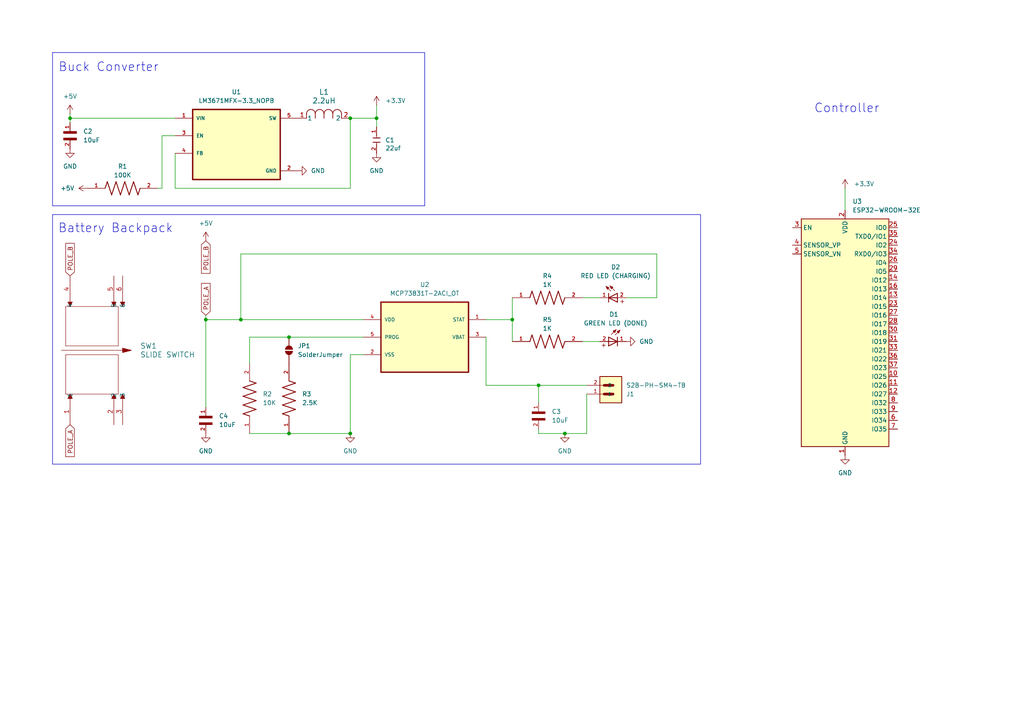
<source format=kicad_sch>
(kicad_sch (version 20250114) (generator "eeschema") (generator_version "9.0")
  (paper "A4")
  (lib_symbols
    (symbol "150080GS75000:WL-SMCW_0805" (pin_names (offset 1.016))
      (property "Reference" "D" (at -1.988 3.972 0))
      (property "Value" "WL-SMCW_0805" (at -2.628 -3.928 0))
      (symbol "WL-SMCW_0805_0_0"
        (polyline (pts (xy -0.762 3.302) (xy 0.127 2.921) (xy -0.381 2.413) (xy -0.762 3.302)) (stroke (width 0.1524)) (fill (type outline)))
        (polyline (pts (xy 0 0) (xy 2.54 1.27)) (stroke (width 0.254)))
        (polyline (pts (xy 0 0) (xy 2.54 0)) (stroke (width 0.254)))
        (polyline (pts (xy 0 -1.27) (xy 0 1.27)) (stroke (width 0.254)))
        (polyline (pts (xy 0.381 3.429) (xy 1.27 3.048) (xy 0.762 2.54) (xy 0.381 3.429)) (stroke (width 0.1524)) (fill (type outline)))
        (polyline (pts (xy 0.635 1.905) (xy -0.762 3.302)) (stroke (width 0.1524)))
        (polyline (pts (xy 1.778 2.032) (xy 0.381 3.429)) (stroke (width 0.1524)))
        (polyline (pts (xy 2.54 -1.27) (xy 0 0)) (stroke (width 0.254)))
        (polyline (pts (xy 2.54 -1.27) (xy 2.54 1.27)) (stroke (width 0.254)))
        (text "+" (at 3.08 -1.74 0) (effects (font (size 1.27 1.27)) (justify left bottom)))
        (pin passive line (at -2.54 0 0) (length 2.54) (name "~") (number "1"))
        (pin passive line (at 5.08 0 180) (length 2.54) (name "~") (number "2"))
      )
    )
    (symbol "150080SS75000:WL-SMCW_0805" (pin_names (offset 1.016))
      (property "Reference" "D" (at -1.988 3.972 0))
      (property "Value" "WL-SMCW_0805" (at -2.628 -3.928 0))
      (symbol "WL-SMCW_0805_0_0"
        (polyline (pts (xy -0.762 3.302) (xy 0.127 2.921) (xy -0.381 2.413) (xy -0.762 3.302)) (stroke (width 0.1524)) (fill (type outline)))
        (polyline (pts (xy 0 0) (xy 2.54 1.27)) (stroke (width 0.254)))
        (polyline (pts (xy 0 0) (xy 2.54 0)) (stroke (width 0.254)))
        (polyline (pts (xy 0 -1.27) (xy 0 1.27)) (stroke (width 0.254)))
        (polyline (pts (xy 0.381 3.429) (xy 1.27 3.048) (xy 0.762 2.54) (xy 0.381 3.429)) (stroke (width 0.1524)) (fill (type outline)))
        (polyline (pts (xy 0.635 1.905) (xy -0.762 3.302)) (stroke (width 0.1524)))
        (polyline (pts (xy 1.778 2.032) (xy 0.381 3.429)) (stroke (width 0.1524)))
        (polyline (pts (xy 2.54 -1.27) (xy 0 0)) (stroke (width 0.254)))
        (polyline (pts (xy 2.54 -1.27) (xy 2.54 1.27)) (stroke (width 0.254)))
        (text "+" (at 3.08 -1.74 0) (effects (font (size 1.27 1.27)) (justify left bottom)))
        (pin passive line (at -2.54 0 0) (length 2.54) (name "~") (number "1"))
        (pin passive line (at 5.08 0 180) (length 2.54) (name "~") (number "2"))
      )
    )
    (symbol "AF0805FR-0710KL:AF0805FR-0710KL" (pin_names (offset 1.016))
      (property "Reference" "R" (at -7.6244 2.5415 0))
      (property "Value" "AF0805FR-0710KL" (at -7.63 -5.0866 0))
      (symbol "AF0805FR-0710KL_0_0"
        (polyline (pts (xy -5.08 0) (xy -4.445 1.905)) (stroke (width 0.254)))
        (polyline (pts (xy -4.445 1.905) (xy -3.175 -1.905)) (stroke (width 0.254)))
        (polyline (pts (xy -3.175 -1.905) (xy -1.905 1.905)) (stroke (width 0.254)))
        (polyline (pts (xy -1.905 1.905) (xy -0.635 -1.905)) (stroke (width 0.254)))
        (polyline (pts (xy -0.635 -1.905) (xy 0.635 1.905)) (stroke (width 0.254)))
        (polyline (pts (xy 0.635 1.905) (xy 1.905 -1.905)) (stroke (width 0.254)))
        (polyline (pts (xy 1.905 -1.905) (xy 3.175 1.905)) (stroke (width 0.254)))
        (polyline (pts (xy 3.175 1.905) (xy 4.445 -1.905)) (stroke (width 0.254)))
        (polyline (pts (xy 4.445 -1.905) (xy 5.08 0)) (stroke (width 0.254)))
        (pin passive line (at -10.16 0 0) (length 5.08) (name "~") (number "1"))
        (pin passive line (at 10.16 0 180) (length 5.08) (name "~") (number "2"))
      )
    )
    (symbol "CC0805KKX5R5BB106:CC0805KKX5R5BB106" (pin_names (offset 1.016))
      (property "Reference" "C" (at 0 3.81 0))
      (property "Value" "CC0805KKX5R5BB106" (at 0 -5.08 0))
      (symbol "CC0805KKX5R5BB106_0_0"
        (rectangle (start 0 -1.905) (end 0.635 1.905) (stroke (width 0.1)) (fill (type outline)))
        (rectangle (start 1.905 -1.905) (end 2.54 1.905) (stroke (width 0.1)) (fill (type outline)))
        (pin passive line (at -2.54 0 0) (length 2.54) (name "~") (number "2"))
        (pin passive line (at 5.08 0 180) (length 2.54) (name "~") (number "1"))
      )
    )
    (symbol "CC0805MKX5R5BB226:CERAMIC-22UF-6.3V-20_-X5R_0805_" (pin_names (offset 1.016))
      (property "Reference" "C" (at -3.814 1.2713 0))
      (symbol "CERAMIC-22UF-6.3V-20_-X5R_0805__0_0"
        (polyline (pts (xy -1.27 0) (xy -0.635 0)) (stroke (width 0.1524)))
        (polyline (pts (xy -0.635 -1.016) (xy -0.635 1.016)) (stroke (width 0.254)))
        (polyline (pts (xy 0.635 1.016) (xy 0.635 -1.016)) (stroke (width 0.254)))
        (polyline (pts (xy 0.635 0) (xy 1.27 0)) (stroke (width 0.1524)))
        (pin passive line (at -3.81 0 0) (length 2.54) (name "~") (number "1"))
        (pin passive line (at 3.81 0 180) (length 2.54) (name "~") (number "2"))
      )
    )
    (symbol "JS202011SCQN:JS202011SCQN" (pin_names (offset 0.254))
      (property "Reference" "SW" (at 6.985 46.355 0))
      (property "Value" "JS202011SCQN" (at 6.35 31.75 0))
      (symbol "JS202011SCQN_0_1"
        (polyline (pts (xy -2.54 21.59) (xy 15.24 21.59)) (stroke (width 0.127)))
        (polyline (pts (xy -1.27 34.29) (xy -1.27 22.86)) (stroke (width 0.127)))
        (polyline (pts (xy -1.27 22.86) (xy 13.97 22.86)) (stroke (width 0.127)))
        (polyline (pts (xy -1.27 20.32) (xy 13.97 20.32)) (stroke (width 0.127)))
        (polyline (pts (xy -1.27 8.89) (xy -1.27 20.32)) (stroke (width 0.127)))
        (polyline (pts (xy -1.27 8.89) (xy 13.97 8.89)) (stroke (width 0.127)))
        (polyline (pts (xy -0.635 35.56) (xy 0 34.29)) (stroke (width 0.127)))
        (polyline (pts (xy -0.635 35.56) (xy 0.635 35.56)) (stroke (width 0.127)))
        (polyline (pts (xy -0.635 35.56) (xy 0.635 35.56) (xy 0 34.29)) (fill (type outline)))
        (polyline (pts (xy -0.635 7.62) (xy 0 8.89)) (stroke (width 0.127)))
        (polyline (pts (xy -0.635 7.62) (xy 0.635 7.62)) (stroke (width 0.127)))
        (polyline (pts (xy -0.635 7.62) (xy 0.635 7.62) (xy 0 8.89)) (fill (type outline)))
        (polyline (pts (xy 0 34.29) (xy 0.635 35.56)) (stroke (width 0.127)))
        (polyline (pts (xy 0 8.89) (xy 0.635 7.62)) (stroke (width 0.127)))
        (polyline (pts (xy 12.065 35.56) (xy 12.7 34.29)) (stroke (width 0.127)))
        (polyline (pts (xy 12.065 35.56) (xy 13.335 35.56)) (stroke (width 0.127)))
        (polyline (pts (xy 12.065 35.56) (xy 13.335 35.56) (xy 12.7 34.29)) (fill (type outline)))
        (polyline (pts (xy 12.065 7.62) (xy 12.7 8.89)) (stroke (width 0.127)))
        (polyline (pts (xy 12.065 7.62) (xy 13.335 7.62) (xy 12.7 8.89)) (fill (type outline)))
        (polyline (pts (xy 12.7 34.29) (xy 13.335 35.56)) (stroke (width 0.127)))
        (polyline (pts (xy 12.7 8.89) (xy 13.335 7.62)) (stroke (width 0.127)))
        (polyline (pts (xy 13.335 7.62) (xy 12.065 7.62)) (stroke (width 0.127)))
        (polyline (pts (xy 13.97 34.29) (xy -1.27 34.29)) (stroke (width 0.127)))
        (polyline (pts (xy 13.97 22.86) (xy 13.97 34.29)) (stroke (width 0.127)))
        (polyline (pts (xy 13.97 8.89) (xy 13.97 20.32)) (stroke (width 0.127)))
        (polyline (pts (xy 14.605 35.56) (xy 15.24 34.29)) (stroke (width 0.127)))
        (polyline (pts (xy 14.605 35.56) (xy 15.875 35.56)) (stroke (width 0.127)))
        (polyline (pts (xy 14.605 35.56) (xy 15.875 35.56) (xy 15.24 34.29)) (fill (type outline)))
        (polyline (pts (xy 14.605 7.62) (xy 15.24 8.89)) (stroke (width 0.127)))
        (polyline (pts (xy 14.605 7.62) (xy 15.875 7.62)) (stroke (width 0.127)))
        (polyline (pts (xy 14.605 7.62) (xy 15.875 7.62) (xy 15.24 8.89)) (fill (type outline)))
        (polyline (pts (xy 15.24 34.29) (xy 15.875 35.56)) (stroke (width 0.127)))
        (polyline (pts (xy 15.24 22.225) (xy 15.24 20.955)) (stroke (width 0.127)))
        (polyline (pts (xy 15.24 22.225) (xy 17.78 21.59)) (stroke (width 0.127)))
        (polyline (pts (xy 15.24 22.225) (xy 15.24 20.955) (xy 17.78 21.59)) (fill (type outline)))
        (polyline (pts (xy 15.24 20.955) (xy 17.78 21.59)) (stroke (width 0.127)))
        (polyline (pts (xy 15.24 8.89) (xy 15.875 7.62)) (stroke (width 0.127)))
        (pin unspecified line (at 0 43.18 270) (length 7.62) (name "4") (number "4"))
        (pin unspecified line (at 0 0 90) (length 7.62) (name "1") (number "1"))
        (pin unspecified line (at 12.7 43.18 270) (length 7.62) (name "5") (number "5"))
        (pin unspecified line (at 12.7 0 90) (length 7.62) (name "2") (number "2"))
        (pin unspecified line (at 15.24 43.18 270) (length 7.62) (name "6") (number "6"))
        (pin unspecified line (at 15.24 0 90) (length 7.62) (name "3") (number "3"))
      )
    )
    (symbol "Jumper:SolderJumper_2_Open" (pin_numbers (hide yes)) (pin_names (offset 0) (hide yes)) (in_bom no)
      (property "Reference" "JP" (at 0 2.032 0))
      (property "Value" "SolderJumper_2_Open" (at 0 -2.54 0))
      (symbol "SolderJumper_2_Open_0_1"
        (polyline (pts (xy -0.254 1.016) (xy -0.254 -1.016)))
        (arc (start -0.254 -1.016) (mid -1.2656 0) (end -0.254 1.016))
        (arc (start -0.254 -1.016) (mid -1.2656 0) (end -0.254 1.016) (fill (type outline)))
        (arc (start 0.254 1.016) (mid 1.2656 0) (end 0.254 -1.016))
        (arc (start 0.254 1.016) (mid 1.2656 0) (end 0.254 -1.016) (fill (type outline)))
        (polyline (pts (xy 0.254 1.016) (xy 0.254 -1.016)))
      )
      (symbol "SolderJumper_2_Open_1_1"
        (pin passive line (at -3.81 0 0) (length 2.54) (name "A") (number "1"))
        (pin passive line (at 3.81 0 180) (length 2.54) (name "B") (number "2"))
      )
    )
    (symbol "LM3671MFX-3.3_NOPB:LM3671MFX-3.3_NOPB" (pin_names (offset 1.016))
      (property "Reference" "U" (at -12.7 11.16 0))
      (property "Value" "LM3671MFX-3.3_NOPB" (at -12.7 -14.16 0))
      (symbol "LM3671MFX-3.3_NOPB_0_0"
        (rectangle (start -12.7 -10.16) (end 12.7 10.16) (stroke (width 0.41)) (fill (type background)))
        (pin input line (at -17.78 7.62 0) (length 5.08) (name "VIN") (number "1"))
        (pin bidirectional line (at -17.78 2.54 0) (length 5.08) (name "EN") (number "3"))
        (pin bidirectional line (at -17.78 -2.54 0) (length 5.08) (name "FB") (number "4"))
        (pin output line (at 17.78 7.62 180) (length 5.08) (name "SW") (number "5"))
        (pin power_in line (at 17.78 -7.62 180) (length 5.08) (name "GND") (number "2"))
      )
    )
    (symbol "MCP73831T-2ACI-OT:MCP73831T-2ACI_OT" (pin_names (offset 1.016))
      (property "Reference" "U" (at -4.1227 10.0778 0))
      (property "Value" "MCP73831T-2ACI_OT" (at -5.9526 -17.1963 0))
      (symbol "MCP73831T-2ACI_OT_0_0"
        (rectangle (start -12.7 -12.7) (end 12.7 7.62) (stroke (width 0.4064)) (fill (type background)))
        (pin power_in line (at -17.78 2.54 0) (length 5.08) (name "VDD") (number "4"))
        (pin input line (at -17.78 -2.54 0) (length 5.08) (name "PROG") (number "5"))
        (pin power_in line (at -17.78 -7.62 0) (length 5.08) (name "VSS") (number "2"))
        (pin output line (at 17.78 2.54 180) (length 5.08) (name "STAT") (number "1"))
        (pin output line (at 17.78 -2.54 180) (length 5.08) (name "VBAT") (number "3"))
      )
    )
    (symbol "NRH2412T2R2MNGH:NRH2412T2R2MNGH" (pin_names (offset 0.254))
      (property "Reference" "L" (at 1.27 8.89 0))
      (property "Value" "NRH2412T2R2MNGH" (at 1.27 5.715 0))
      (symbol "NRH2412T2R2MNGH_1_1"
        (arc (start -1.27 10.16) (mid -2.5344 11.43) (end -1.27 12.7) (stroke (width 0.2032)))
        (arc (start -1.27 7.62) (mid -2.5344 8.89) (end -1.27 10.16) (stroke (width 0.2032)))
        (arc (start -1.27 5.08) (mid -2.5344 6.35) (end -1.27 7.62) (stroke (width 0.2032)))
        (arc (start -1.27 2.54) (mid -2.5344 3.81) (end -1.27 5.08) (stroke (width 0.2032)))
        (polyline (pts (xy 0 12.7) (xy -1.27 12.7)) (stroke (width 0.2032)))
        (polyline (pts (xy 0 10.16) (xy -1.27 10.16)) (stroke (width 0.2032)))
        (polyline (pts (xy 0 7.62) (xy -1.27 7.62)) (stroke (width 0.2032)))
        (polyline (pts (xy 0 5.08) (xy -1.27 5.08)) (stroke (width 0.2032)))
        (polyline (pts (xy 0 2.54) (xy -1.27 2.54)) (stroke (width 0.2032)))
        (pin unspecified line (at 0 15.24 270) (length 2.54) (name "1") (number "1"))
        (pin unspecified line (at 0 0 90) (length 2.54) (name "2") (number "2"))
      )
      (symbol "NRH2412T2R2MNGH_1_2"
        (arc (start -1.27 10.16) (mid -2.5344 11.43) (end -1.27 12.7) (stroke (width 0.2032)))
        (arc (start -1.27 7.62) (mid -2.5344 8.89) (end -1.27 10.16) (stroke (width 0.2032)))
        (arc (start -1.27 5.08) (mid -2.5344 6.35) (end -1.27 7.62) (stroke (width 0.2032)))
        (arc (start -1.27 2.54) (mid -2.5344 3.81) (end -1.27 5.08) (stroke (width 0.2032)))
        (polyline (pts (xy 0 12.7) (xy -1.27 12.7)) (stroke (width 0.2032)))
        (polyline (pts (xy 0 10.16) (xy -1.27 10.16)) (stroke (width 0.2032)))
        (polyline (pts (xy 0 7.62) (xy -1.27 7.62)) (stroke (width 0.2032)))
        (polyline (pts (xy 0 5.08) (xy -1.27 5.08)) (stroke (width 0.2032)))
        (polyline (pts (xy 0 2.54) (xy -1.27 2.54)) (stroke (width 0.2032)))
        (pin unspecified line (at 0 15.24 270) (length 2.54) (name "1") (number "1"))
        (pin unspecified line (at 0 0 90) (length 2.54) (name "2") (number "2"))
      )
    )
    (symbol "RC0805FR-07100KL:RC0805FR-07100KL" (pin_names (offset 1.016))
      (property "Reference" "R" (at -7.6244 2.5415 0))
      (property "Value" "RC0805FR-07100KL" (at -7.63 -5.0866 0))
      (symbol "RC0805FR-07100KL_0_0"
        (polyline (pts (xy -5.08 0) (xy -4.445 1.905)) (stroke (width 0.254)))
        (polyline (pts (xy -4.445 1.905) (xy -3.175 -1.905)) (stroke (width 0.254)))
        (polyline (pts (xy -3.175 -1.905) (xy -1.905 1.905)) (stroke (width 0.254)))
        (polyline (pts (xy -1.905 1.905) (xy -0.635 -1.905)) (stroke (width 0.254)))
        (polyline (pts (xy -0.635 -1.905) (xy 0.635 1.905)) (stroke (width 0.254)))
        (polyline (pts (xy 0.635 1.905) (xy 1.905 -1.905)) (stroke (width 0.254)))
        (polyline (pts (xy 1.905 -1.905) (xy 3.175 1.905)) (stroke (width 0.254)))
        (polyline (pts (xy 3.175 1.905) (xy 4.445 -1.905)) (stroke (width 0.254)))
        (polyline (pts (xy 4.445 -1.905) (xy 5.08 0)) (stroke (width 0.254)))
        (pin passive line (at -10.16 0 0) (length 5.08) (name "~") (number "1"))
        (pin passive line (at 10.16 0 180) (length 5.08) (name "~") (number "2"))
      )
    )
    (symbol "RC0805FR-072K49L:RC0805FR-072K49L" (pin_names (offset 1.016))
      (property "Reference" "R" (at -7.6244 2.5415 0))
      (property "Value" "RC0805FR-072K49L" (at -7.63 -5.0866 0))
      (symbol "RC0805FR-072K49L_0_0"
        (polyline (pts (xy -5.08 0) (xy -4.445 1.905)) (stroke (width 0.254)))
        (polyline (pts (xy -4.445 1.905) (xy -3.175 -1.905)) (stroke (width 0.254)))
        (polyline (pts (xy -3.175 -1.905) (xy -1.905 1.905)) (stroke (width 0.254)))
        (polyline (pts (xy -1.905 1.905) (xy -0.635 -1.905)) (stroke (width 0.254)))
        (polyline (pts (xy -0.635 -1.905) (xy 0.635 1.905)) (stroke (width 0.254)))
        (polyline (pts (xy 0.635 1.905) (xy 1.905 -1.905)) (stroke (width 0.254)))
        (polyline (pts (xy 1.905 -1.905) (xy 3.175 1.905)) (stroke (width 0.254)))
        (polyline (pts (xy 3.175 1.905) (xy 4.445 -1.905)) (stroke (width 0.254)))
        (polyline (pts (xy 4.445 -1.905) (xy 5.08 0)) (stroke (width 0.254)))
        (pin passive line (at -10.16 0 0) (length 5.08) (name "~") (number "1"))
        (pin passive line (at 10.16 0 180) (length 5.08) (name "~") (number "2"))
      )
    )
    (symbol "RE0805FRE071KL:RE0805FRE071KL" (pin_names (offset 1.016))
      (property "Reference" "R" (at -7.6244 2.5415 0))
      (property "Value" "RE0805FRE071KL" (at -7.63 -5.0866 0))
      (symbol "RE0805FRE071KL_0_0"
        (polyline (pts (xy -5.08 0) (xy -4.445 1.905)) (stroke (width 0.254)))
        (polyline (pts (xy -4.445 1.905) (xy -3.175 -1.905)) (stroke (width 0.254)))
        (polyline (pts (xy -3.175 -1.905) (xy -1.905 1.905)) (stroke (width 0.254)))
        (polyline (pts (xy -1.905 1.905) (xy -0.635 -1.905)) (stroke (width 0.254)))
        (polyline (pts (xy -0.635 -1.905) (xy 0.635 1.905)) (stroke (width 0.254)))
        (polyline (pts (xy 0.635 1.905) (xy 1.905 -1.905)) (stroke (width 0.254)))
        (polyline (pts (xy 1.905 -1.905) (xy 3.175 1.905)) (stroke (width 0.254)))
        (polyline (pts (xy 3.175 1.905) (xy 4.445 -1.905)) (stroke (width 0.254)))
        (polyline (pts (xy 4.445 -1.905) (xy 5.08 0)) (stroke (width 0.254)))
        (pin passive line (at -10.16 0 0) (length 5.08) (name "~") (number "1"))
        (pin passive line (at 10.16 0 180) (length 5.08) (name "~") (number "2"))
      )
    )
    (symbol "RF_Module:ESP32-WROOM-32E"
      (property "Reference" "U" (at -12.7 34.29 0))
      (property "Value" "ESP32-WROOM-32E" (at 1.27 34.29 0))
      (symbol "ESP32-WROOM-32E_0_1"
        (rectangle (start -12.7 33.02) (end 12.7 -33.02) (stroke (width 0.254)) (fill (type background)))
      )
      (symbol "ESP32-WROOM-32E_1_1"
        (pin input line (at -15.24 30.48 0) (length 2.54) (name "EN") (number "3"))
        (pin input line (at -15.24 25.4 0) (length 2.54) (name "SENSOR_VP") (number "4"))
        (pin input line (at -15.24 22.86 0) (length 2.54) (name "SENSOR_VN") (number "5"))
        (pin no_connect line (at -12.7 0 0) (length 2.54) (hide yes) (name "NC") (number "21"))
        (pin no_connect line (at -12.7 -2.54 0) (length 2.54) (hide yes) (name "NC") (number "22"))
        (pin no_connect line (at -12.7 -5.08 0) (length 2.54) (hide yes) (name "NC") (number "17"))
        (pin no_connect line (at -12.7 -7.62 0) (length 2.54) (hide yes) (name "NC") (number "18"))
        (pin no_connect line (at -12.7 -10.16 0) (length 2.54) (hide yes) (name "NC") (number "20"))
        (pin no_connect line (at -12.7 -12.7 0) (length 2.54) (hide yes) (name "NC") (number "19"))
        (pin no_connect line (at -12.7 -27.94 0) (length 2.54) (hide yes) (name "NC") (number "32"))
        (pin power_in line (at 0 35.56 270) (length 2.54) (name "VDD") (number "2"))
        (pin power_in line (at 0 -35.56 90) (length 2.54) (name "GND") (number "1"))
        (pin passive line (at 0 -35.56 90) (length 2.54) (hide yes) (name "GND") (number "15"))
        (pin passive line (at 0 -35.56 90) (length 2.54) (hide yes) (name "GND") (number "38"))
        (pin passive line (at 0 -35.56 90) (length 2.54) (hide yes) (name "GND") (number "39"))
        (pin bidirectional line (at 15.24 30.48 180) (length 2.54) (name "IO0") (number "25"))
        (pin bidirectional line (at 15.24 27.94 180) (length 2.54) (name "TXD0/IO1") (number "35"))
        (pin bidirectional line (at 15.24 25.4 180) (length 2.54) (name "IO2") (number "24"))
        (pin bidirectional line (at 15.24 22.86 180) (length 2.54) (name "RXD0/IO3") (number "34"))
        (pin bidirectional line (at 15.24 20.32 180) (length 2.54) (name "IO4") (number "26"))
        (pin bidirectional line (at 15.24 17.78 180) (length 2.54) (name "IO5") (number "29"))
        (pin bidirectional line (at 15.24 15.24 180) (length 2.54) (name "IO12") (number "14"))
        (pin bidirectional line (at 15.24 12.7 180) (length 2.54) (name "IO13") (number "16"))
        (pin bidirectional line (at 15.24 10.16 180) (length 2.54) (name "IO14") (number "13"))
        (pin bidirectional line (at 15.24 7.62 180) (length 2.54) (name "IO15") (number "23"))
        (pin bidirectional line (at 15.24 5.08 180) (length 2.54) (name "IO16") (number "27"))
        (pin bidirectional line (at 15.24 2.54 180) (length 2.54) (name "IO17") (number "28"))
        (pin bidirectional line (at 15.24 0 180) (length 2.54) (name "IO18") (number "30"))
        (pin bidirectional line (at 15.24 -2.54 180) (length 2.54) (name "IO19") (number "31"))
        (pin bidirectional line (at 15.24 -5.08 180) (length 2.54) (name "IO21") (number "33"))
        (pin bidirectional line (at 15.24 -7.62 180) (length 2.54) (name "IO22") (number "36"))
        (pin bidirectional line (at 15.24 -10.16 180) (length 2.54) (name "IO23") (number "37"))
        (pin bidirectional line (at 15.24 -12.7 180) (length 2.54) (name "IO25") (number "10"))
        (pin bidirectional line (at 15.24 -15.24 180) (length 2.54) (name "IO26") (number "11"))
        (pin bidirectional line (at 15.24 -17.78 180) (length 2.54) (name "IO27") (number "12"))
        (pin bidirectional line (at 15.24 -20.32 180) (length 2.54) (name "IO32") (number "8"))
        (pin bidirectional line (at 15.24 -22.86 180) (length 2.54) (name "IO33") (number "9"))
        (pin input line (at 15.24 -25.4 180) (length 2.54) (name "IO34") (number "6"))
        (pin input line (at 15.24 -27.94 180) (length 2.54) (name "IO35") (number "7"))
      )
    )
    (symbol "S2B-PH-SM4-TB:S2B-PH-SM4-TB" (pin_names (offset 1.016))
      (property "Reference" "P" (at -1.2718 3.8155 0))
      (property "Value" "S2B-PH-SM4-TB" (at -1.271 -5.0839 0))
      (symbol "S2B-PH-SM4-TB_0_0"
        (rectangle (start -1.27 -3.81) (end 5.08 3.81) (stroke (width 0.254)) (fill (type background)))
        (polyline (pts (xy 0 1.27) (xy 2.54 1.27)) (stroke (width 0.762)))
        (polyline (pts (xy 0 -1.27) (xy 2.54 -1.27)) (stroke (width 0.762)))
        (pin passive line (at -5.08 1.27 0) (length 5.08) (name "1") (number "1"))
        (pin passive line (at -5.08 -1.27 0) (length 5.08) (name "2") (number "2"))
      )
    )
    (symbol "power:+3.3V" (power) (pin_numbers (hide yes)) (pin_names (offset 0) (hide yes))
      (property "Value" "+3.3V" (at 0 3.556 0))
      (symbol "+3.3V_0_1"
        (polyline (pts (xy -0.762 1.27) (xy 0 2.54)))
        (polyline (pts (xy 0 2.54) (xy 0.762 1.27)))
        (polyline (pts (xy 0 0) (xy 0 2.54)))
      )
      (symbol "+3.3V_1_1"
        (pin power_in line (at 0 0 90) (length 0) (name "~") (number "1"))
      )
    )
    (symbol "power:+5V" (power) (pin_numbers (hide yes)) (pin_names (offset 0) (hide yes))
      (property "Value" "+5V" (at 0 3.556 0))
      (symbol "+5V_0_1"
        (polyline (pts (xy -0.762 1.27) (xy 0 2.54)))
        (polyline (pts (xy 0 2.54) (xy 0.762 1.27)))
        (polyline (pts (xy 0 0) (xy 0 2.54)))
      )
      (symbol "+5V_1_1"
        (pin power_in line (at 0 0 90) (length 0) (name "~") (number "1"))
      )
    )
    (symbol "power:GND" (power) (pin_numbers (hide yes)) (pin_names (offset 0) (hide yes))
      (property "Value" "GND" (at 0 -3.81 0))
      (symbol "GND_0_1"
        (polyline (pts (xy 0 0) (xy 0 -1.27) (xy 1.27 -1.27) (xy 0 -2.54) (xy -1.27 -1.27) (xy 0 -1.27)))
      )
      (symbol "GND_1_1"
        (pin power_in line (at 0 0 270) (length 0) (name "~") (number "1"))
      )
    )
  )
  (rectangle (start 15.24 62.23) (end 203.2 134.62))
  (rectangle (start 15.24 15.24) (end 123.19 59.69))
  (text "Controller" (at 245.618 31.496 0) (effects (font (size 2.54 2.54))))
  (text "Buck Converter" (at 31.496 19.558 0) (effects (font (size 2.54 2.54))))
  (text "Battery Backpack" (at 33.528 66.294 0) (effects (font (size 2.54 2.54))))
  (junction (at 69.85 92.71))
  (junction (at 101.6 125.73))
  (junction (at 163.83 125.73))
  (junction (at 156.21 111.76))
  (junction (at 109.22 34.29))
  (junction (at 148.59 92.71))
  (junction (at 20.32 34.29))
  (junction (at 83.82 125.73))
  (junction (at 59.69 92.71))
  (junction (at 101.6 34.29))
  (junction (at 83.82 97.79))
  (wire (pts (xy 181.61 86.36) (xy 190.5 86.36)))
  (wire (pts (xy 140.97 92.71) (xy 148.59 92.71)))
  (wire (pts (xy 101.6 102.87) (xy 105.41 102.87)))
  (wire (pts (xy 83.82 125.73) (xy 101.6 125.73)))
  (wire (pts (xy 59.69 92.71) (xy 69.85 92.71)))
  (wire (pts (xy 69.85 73.66) (xy 69.85 92.71)))
  (wire (pts (xy 109.22 30.48) (xy 109.22 34.29)))
  (wire (pts (xy 50.8 44.45) (xy 50.8 54.61)))
  (wire (pts (xy 156.21 124.46) (xy 156.21 125.73)))
  (wire (pts (xy 20.32 33.02) (xy 20.32 34.29)))
  (wire (pts (xy 83.82 97.79) (xy 105.41 97.79)))
  (wire (pts (xy 59.69 92.71) (xy 59.69 118.11)))
  (wire (pts (xy 69.85 92.71) (xy 105.41 92.71)))
  (wire (pts (xy 190.5 73.66) (xy 190.5 86.36)))
  (wire (pts (xy 20.32 34.29) (xy 20.32 35.56)))
  (wire (pts (xy 101.6 34.29) (xy 109.22 34.29)))
  (wire (pts (xy 156.21 111.76) (xy 156.21 116.84)))
  (wire (pts (xy 46.99 54.61) (xy 46.99 39.37)))
  (wire (pts (xy 20.32 34.29) (xy 50.8 34.29)))
  (wire (pts (xy 170.18 114.3) (xy 170.18 125.73)))
  (wire (pts (xy 72.39 125.73) (xy 83.82 125.73)))
  (wire (pts (xy 50.8 54.61) (xy 101.6 54.61)))
  (wire (pts (xy 72.39 97.79) (xy 83.82 97.79)))
  (wire (pts (xy 101.6 34.29) (xy 101.6 54.61)))
  (wire (pts (xy 59.69 91.44) (xy 59.69 92.71)))
  (wire (pts (xy 148.59 92.71) (xy 148.59 99.06)))
  (wire (pts (xy 69.85 73.66) (xy 190.5 73.66)))
  (wire (pts (xy 156.21 125.73) (xy 163.83 125.73)))
  (wire (pts (xy 140.97 111.76) (xy 140.97 97.79)))
  (wire (pts (xy 72.39 105.41) (xy 72.39 97.79)))
  (wire (pts (xy 168.91 99.06) (xy 173.99 99.06)))
  (wire (pts (xy 46.99 39.37) (xy 50.8 39.37)))
  (wire (pts (xy 140.97 111.76) (xy 156.21 111.76)))
  (wire (pts (xy 109.22 34.29) (xy 109.22 36.83)))
  (wire (pts (xy 163.83 125.73) (xy 170.18 125.73)))
  (wire (pts (xy 101.6 102.87) (xy 101.6 125.73)))
  (wire (pts (xy 245.11 54.61) (xy 245.11 60.96)))
  (wire (pts (xy 45.72 54.61) (xy 46.99 54.61)))
  (wire (pts (xy 168.91 86.36) (xy 173.99 86.36)))
  (wire (pts (xy 156.21 111.76) (xy 170.18 111.76)))
  (wire (pts (xy 148.59 86.36) (xy 148.59 92.71)))
  (global_label "POLE_B" (shape input) (at 59.69 69.85 270) (property "Intersheetrefs" "${INTERSHEET_REFS}" (effects (hide yes))))
  (global_label "POLE_A" (shape input) (at 20.32 123.19 270) (property "Intersheetrefs" "${INTERSHEET_REFS}" (effects (hide yes))))
  (global_label "POLE_A" (shape input) (at 59.69 91.44 90) (property "Intersheetrefs" "${INTERSHEET_REFS}" (effects (hide yes))))
  (global_label "POLE_B" (shape input) (at 20.32 80.01 90) (property "Intersheetrefs" "${INTERSHEET_REFS}" (effects (hide yes))))
  (symbol (lib_id "MCP73831T-2ACI-OT:MCP73831T-2ACI_OT") (at 123.19 95.25 0) (unit 1)
    (property "Reference" "U2" (at 123.19 82.55 0))
    (property "Value" "MCP73831T-2ACI_OT" (at 123.19 85.09 0))
    (property "Footprint" "MCP73831T-2ACI-OT:MCP73831T-2ACI-OT" (effects (hide yes)))
    (property "MPN" "MCP73831T-2ACI/OT" (effects (hide yes)))
    (property "OC_FARNELL" "1332158" (effects (hide yes)))
    (property "OC_NEWARK" "56K7045" (effects (hide yes)))
    (property "SUPPLIER" "Microchip" (effects (hide yes)))
    (property "PACKAGE" "SOT-5" (effects (hide yes)))
  )
  (symbol (lib_id "CC0805KKX5R5BB106:CC0805KKX5R5BB106") (at 59.69 123.19 90) (unit 1)
    (property "Reference" "C4" (at 63.5 120.6499 90) (effects (justify right)))
    (property "Value" "10uF" (at 63.5 123.1899 90) (effects (justify right)))
    (property "Footprint" "CC0805KKX5R5BB106:CC0805KKX5R5BB106" (effects (hide yes)))
  )
  (symbol (lib_id "power:+5V") (at 59.69 69.85 0) (unit 1)
    (property "Reference" "#PWR09" (effects (hide yes)))
    (property "Value" "+5V" (at 59.69 64.77 0))
    (property "Description" "Power symbol creates a global label with name \"+5V\"" (effects (hide yes)))
  )
  (symbol (lib_id "NRH2412T2R2MNGH:NRH2412T2R2MNGH") (at 101.6 34.29 90) (mirror x) (unit 1)
    (property "Reference" "L1" (at 93.98 26.67 90) (effects (font (size 1.524 1.524))))
    (property "Value" "2.2uH" (at 93.98 29.21 90) (effects (font (size 1.524 1.524))))
    (property "Footprint" "NRH2412T2R2MNGH:NRH2412T2R2MNGH" (effects (hide yes)))
    (property "Datasheet" "NRH2412T2R2MNGH" (effects (hide yes)))
  )
  (symbol (lib_id "S2B-PH-SM4-TB:S2B-PH-SM4-TB") (at 175.26 113.03 0) (mirror x) (unit 1)
    (property "Reference" "J1" (at 181.61 114.3001 0) (effects (justify left)))
    (property "Value" "S2B-PH-SM4-TB" (at 181.61 111.7601 0) (effects (justify left)))
    (property "Footprint" "S2B-PH-SM4-TB:S2B-PH-SM4-TB" (effects (hide yes)))
    (property "MANUFACTURER" "JST" (effects (hide yes)))
  )
  (symbol (lib_id "RC0805FR-072K49L:RC0805FR-072K49L") (at 83.82 115.57 90) (unit 1)
    (property "Reference" "R3" (at 87.63 114.2999 90) (effects (justify right)))
    (property "Value" "2.5K" (at 87.63 116.8399 90) (effects (justify right)))
    (property "Footprint" "RC0805FR-072K49L:RC0805FR-072K49L" (effects (hide yes)))
  )
  (symbol (lib_id "power:+3.3V") (at 109.22 30.48 0) (unit 1)
    (property "Reference" "#PWR01" (effects (hide yes)))
    (property "Value" "+3.3V" (at 111.76 29.2099 0) (effects (justify left)))
    (property "Description" "Power symbol creates a global label with name \"+3.3V\"" (effects (hide yes)))
  )
  (symbol (lib_id "power:GND") (at 181.61 99.06 90) (mirror x) (unit 1)
    (property "Reference" "#PWR012" (effects (hide yes)))
    (property "Value" "GND" (at 185.42 99.0601 90) (effects (justify right)))
    (property "Description" "Power symbol creates a global label with name \"GND\" , ground" (effects (hide yes)))
  )
  (symbol (lib_id "CC0805KKX5R5BB106:CC0805KKX5R5BB106") (at 156.21 121.92 90) (unit 1)
    (property "Reference" "C3" (at 160.02 119.3799 90) (effects (justify right)))
    (property "Value" "10uF" (at 160.02 121.9199 90) (effects (justify right)))
    (property "Footprint" "CC0805KKX5R5BB106:CC0805KKX5R5BB106" (effects (hide yes)))
  )
  (symbol (lib_id "RE0805FRE071KL:RE0805FRE071KL") (at 158.75 99.06 0) (unit 1)
    (property "Reference" "R5" (at 158.75 92.71 0))
    (property "Value" "1K" (at 158.75 95.25 0))
    (property "Footprint" "RE0805FRE071KL:RE0805FRE071KL" (effects (hide yes)))
    (property "DigiKey_Part_Number" "13-RE0805FRE071KLCT-ND" (effects (hide yes)))
    (property "SnapEDA_Link" "https://www.snapeda.com/parts/RE0805FRE071KL/Yageo/view-part/?ref=snap" (effects (hide yes)))
    (property "Description_1" "1 kOhms ±1% 0.125W, 1/8W Chip Resistor 0805 (2012 Metric) Moisture Resistant Thick Film" (effects (hide yes)))
    (property "MF" "Yageo" (effects (hide yes)))
    (property "Package" "2012 Yageo" (effects (hide yes)))
    (property "Check_prices" "https://www.snapeda.com/parts/RE0805FRE071KL/Yageo/view-part/?ref=eda" (effects (hide yes)))
    (property "MP" "RE0805FRE071KL" (effects (hide yes)))
  )
  (symbol (lib_id "150080GS75000:WL-SMCW_0805") (at 179.07 99.06 0) (mirror y) (unit 1)
    (property "Reference" "D1" (at 178.054 91.186 0))
    (property "Value" "GREEN LED (DONE)" (at 178.562 93.726 0))
    (property "Footprint" "150080GS75000:150080GS75000" (effects (hide yes)))
  )
  (symbol (lib_id "power:GND") (at 86.36 49.53 90) (unit 1)
    (property "Reference" "#PWR03" (effects (hide yes)))
    (property "Value" "GND" (at 90.17 49.5299 90) (effects (justify right)))
    (property "Description" "Power symbol creates a global label with name \"GND\" , ground" (effects (hide yes)))
  )
  (symbol (lib_id "power:GND") (at 101.6 125.73 0) (unit 1)
    (property "Reference" "#PWR011" (effects (hide yes)))
    (property "Value" "GND" (at 101.6 130.81 0))
    (property "Description" "Power symbol creates a global label with name \"GND\" , ground" (effects (hide yes)))
  )
  (symbol (lib_id "CC0805KKX5R5BB106:CC0805KKX5R5BB106") (at 20.32 40.64 90) (unit 1)
    (property "Reference" "C2" (at 24.13 38.0999 90) (effects (justify right)))
    (property "Value" "10uF" (at 24.13 40.6399 90) (effects (justify right)))
    (property "Footprint" "CC0805KKX5R5BB106:CC0805KKX5R5BB106" (effects (hide yes)))
  )
  (symbol (lib_id "150080SS75000:WL-SMCW_0805") (at 176.53 86.36 0) (unit 1)
    (property "Reference" "D2" (at 178.5483 77.47 0))
    (property "Value" "RED LED (CHARGING)" (at 178.5483 80.01 0))
    (property "Footprint" "150080SS75000:150080SS75000" (effects (hide yes)))
  )
  (symbol (lib_id "Jumper:SolderJumper_2_Open") (at 83.82 101.6 90) (unit 1) (in_bom no)
    (property "Reference" "JP1" (at 86.36 100.3299 90) (effects (justify right)))
    (property "Value" "SolderJumper" (at 86.36 102.8699 90) (effects (justify right)))
    (property "Description" "Solder Jumper, 2-pole, open" (effects (hide yes)))
  )
  (symbol (lib_id "power:GND") (at 109.22 44.45 0) (unit 1)
    (property "Reference" "#PWR02" (effects (hide yes)))
    (property "Value" "GND" (at 109.22 49.53 0))
    (property "Description" "Power symbol creates a global label with name \"GND\" , ground" (effects (hide yes)))
  )
  (symbol (lib_id "RC0805FR-07100KL:RC0805FR-07100KL") (at 35.56 54.61 0) (unit 1)
    (property "Reference" "R1" (at 35.56 48.26 0))
    (property "Value" "100K" (at 35.56 50.8 0))
    (property "Footprint" "RC0805FR-07100KL:RC0805FR-07100KL" (effects (hide yes)))
    (property "DigiKey_Part_Number" "311-100KCRCT-ND" (effects (hide yes)))
    (property "SnapEDA_Link" "https://www.snapeda.com/parts/RC0805FR-07100KL/Yageo/view-part/?ref=snap" (effects (hide yes)))
    (property "Description_1" "100 kOhms ±1% 0.125W, 1/8W Chip Resistor 0805 (2012 Metric) Moisture Resistant Thick Film" (effects (hide yes)))
    (property "MF" "Yageo" (effects (hide yes)))
    (property "Package" "2012 Yageo" (effects (hide yes)))
    (property "Check_prices" "https://www.snapeda.com/parts/RC0805FR-07100KL/Yageo/view-part/?ref=eda" (effects (hide yes)))
    (property "MP" "RC0805FR-07100KL" (effects (hide yes)))
  )
  (symbol (lib_id "power:GND") (at 163.83 125.73 0) (unit 1)
    (property "Reference" "#PWR08" (effects (hide yes)))
    (property "Value" "GND" (at 163.83 130.81 0))
    (property "Description" "Power symbol creates a global label with name \"GND\" , ground" (effects (hide yes)))
  )
  (symbol (lib_id "power:+3.3V") (at 245.11 54.61 0) (unit 1)
    (property "Reference" "#PWR013" (effects (hide yes)))
    (property "Value" "+3.3V" (at 247.65 53.3399 0) (effects (justify left)))
    (property "Description" "Power symbol creates a global label with name \"+3.3V\"" (effects (hide yes)))
  )
  (symbol (lib_id "power:GND") (at 245.11 132.08 0) (unit 1)
    (property "Reference" "#PWR07" (effects (hide yes)))
    (property "Value" "GND" (at 245.11 137.16 0))
    (property "Description" "Power symbol creates a global label with name \"GND\" , ground" (effects (hide yes)))
  )
  (symbol (lib_id "JS202011SCQN:JS202011SCQN") (at 20.32 123.19 0) (unit 1)
    (property "Reference" "SW1" (at 40.64 100.3299 0) (effects (font (size 1.524 1.524)) (justify left)))
    (property "Value" "SLIDE SWITCH" (at 40.64 102.8699 0) (effects (font (size 1.524 1.524)) (justify left)))
    (property "Footprint" "JS202011SCQN:JS202011SCQN" (effects (hide yes)))
    (property "Datasheet" "JS202011SCQN" (effects (hide yes)))
  )
  (symbol (lib_id "power:GND") (at 20.32 43.18 0) (unit 1)
    (property "Reference" "#PWR06" (effects (hide yes)))
    (property "Value" "GND" (at 20.32 48.26 0))
    (property "Description" "Power symbol creates a global label with name \"GND\" , ground" (effects (hide yes)))
  )
  (symbol (lib_id "RF_Module:ESP32-WROOM-32E") (at 245.11 96.52 0) (unit 1)
    (property "Reference" "U3" (at 247.2533 58.42 0) (effects (justify left)))
    (property "Value" "ESP32-WROOM-32E" (at 247.2533 60.96 0) (effects (justify left)))
    (property "Footprint" "ESP32-WROOM-32E:ESP32-WROOM-32E" (effects (hide yes)))
    (property "Datasheet" "https://www.espressif.com/sites/default/files/documentation/esp32-wroom-32e_esp32-wroom-32ue_datasheet_en.pdf" (effects (hide yes)))
    (property "Description" "RF Module, ESP32-D0WD-V3 SoC, without PSRAM, Wi-Fi 802.11b/g/n, Bluetooth, BLE, 32-bit, 2.7-3.6V, onboard antenna, SMD" (effects (hide yes)))
  )
  (symbol (lib_id "LM3671MFX-3.3_NOPB:LM3671MFX-3.3_NOPB") (at 68.58 41.91 0) (unit 1)
    (property "Reference" "U1" (at 68.58 26.67 0))
    (property "Value" "LM3671MFX-3.3_NOPB" (at 68.58 29.21 0))
    (property "Footprint" "LM3671MFX-3.3_NOPB:LM3671MFX-3.3_NOPB" (effects (hide yes)))
  )
  (symbol (lib_id "RE0805FRE071KL:RE0805FRE071KL") (at 158.75 86.36 0) (unit 1)
    (property "Reference" "R4" (at 158.75 80.01 0))
    (property "Value" "1K" (at 158.75 82.55 0))
    (property "Footprint" "RE0805FRE071KL:RE0805FRE071KL" (effects (hide yes)))
    (property "DigiKey_Part_Number" "13-RE0805FRE071KLCT-ND" (effects (hide yes)))
    (property "SnapEDA_Link" "https://www.snapeda.com/parts/RE0805FRE071KL/Yageo/view-part/?ref=snap" (effects (hide yes)))
    (property "Description_1" "1 kOhms ±1% 0.125W, 1/8W Chip Resistor 0805 (2012 Metric) Moisture Resistant Thick Film" (effects (hide yes)))
    (property "MF" "Yageo" (effects (hide yes)))
    (property "Package" "2012 Yageo" (effects (hide yes)))
    (property "Check_prices" "https://www.snapeda.com/parts/RE0805FRE071KL/Yageo/view-part/?ref=eda" (effects (hide yes)))
    (property "MP" "RE0805FRE071KL" (effects (hide yes)))
  )
  (symbol (lib_id "power:+5V") (at 20.32 33.02 0) (unit 1)
    (property "Reference" "#PWR05" (effects (hide yes)))
    (property "Value" "+5V" (at 20.32 27.94 0))
    (property "Description" "Power symbol creates a global label with name \"+5V\"" (effects (hide yes)))
  )
  (symbol (lib_id "power:+5V") (at 25.4 54.61 90) (unit 1)
    (property "Reference" "#PWR04" (effects (hide yes)))
    (property "Value" "+5V" (at 21.59 54.6099 90) (effects (justify left)))
    (property "Description" "Power symbol creates a global label with name \"+5V\"" (effects (hide yes)))
  )
  (symbol (lib_id "power:GND") (at 59.69 125.73 0) (unit 1)
    (property "Reference" "#PWR010" (effects (hide yes)))
    (property "Value" "GND" (at 59.69 130.81 0))
    (property "Description" "Power symbol creates a global label with name \"GND\" , ground" (effects (hide yes)))
  )
  (symbol (lib_id "CC0805MKX5R5BB226:CERAMIC-22UF-6.3V-20_-X5R_0805_") (at 109.22 40.64 270) (unit 1)
    (property "Reference" "C1" (at 111.76 40.6399 90) (effects (justify left)))
    (property "Value" "22uf" (at 114.046 43.688 90) (effects (justify bottom)))
    (property "Footprint" "CC0805MKX5R5BB226:CC0805MKX5R5BB226" (effects (hide yes)))
    (property "MPN" "CC0805MKX5R5BB226" (effects (hide yes)))
  )
  (symbol (lib_id "AF0805FR-0710KL:AF0805FR-0710KL") (at 72.39 115.57 90) (unit 1)
    (property "Reference" "R2" (at 76.2 114.2999 90) (effects (justify right)))
    (property "Value" "10K" (at 76.2 116.8399 90) (effects (justify right)))
    (property "Footprint" "AF0805FR-0710KL:AF0805FR-0710KL" (effects (hide yes)))
    (property "DigiKey_Part_Number" "13-AF0805FR-0710KLCT-ND" (effects (hide yes)))
    (property "SnapEDA_Link" "https://www.snapeda.com/parts/AF0805FR-0710KL/Yageo/view-part/?ref=snap" (effects (hide yes)))
    (property "Description_1" "10 kOhms ±1% 0.125W, 1/8W Chip Resistor 0805 (2012 Metric) Anti-Sulfur, Automotive AEC-Q200 Thick Film" (effects (hide yes)))
    (property "MF" "Yageo" (effects (hide yes)))
    (property "Package" "2012 Yageo" (effects (hide yes)))
    (property "Check_prices" "https://www.snapeda.com/parts/AF0805FR-0710KL/Yageo/view-part/?ref=eda" (effects (hide yes)))
    (property "MP" "AF0805FR-0710KL" (effects (hide yes)))
  )
)
</source>
